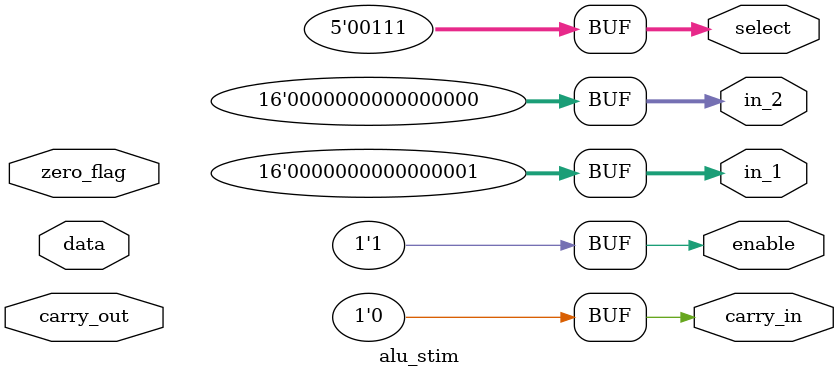
<source format=v>
`timescale 1ns/1ns

module alu_stim 
(
   output reg [15:0] in_1,
   output reg [15:0] in_2,
   output reg carry_in,
   output reg enable,
   output reg [4:0] select,
   input wire [15:0] data,
   input wire carry_out,
   input wire zero_flag 
);  

parameter T = 10;

initial 
begin

    // all inputs are zero 
    carry_in = 0;
    select = 0;
    in_1 = 16'b0;
    in_2 = 16'b0;
    enable = 0;
    #T

    if (data == 16'bz)
    begin
        $display("test 1 passed");
    end else
    begin 
        $display("test 1 failed");
    end

    // first input is all ones and we invert it
    carry_in = 0;
    select = 5; 
    in_1 = 16'hffff;
    in_2 = 16'h0000;
    enable = 1;
    #T

    if ((data == 16'b0) && (carry_out == 1) && (zero_flag == 1))
    begin
        $display("test 2 passed");
    end else
    begin 
        $display("test 2 failed");
    end

    carry_in = 0;
    select = 0;
    in_1 = 16'b0;
    in_2 = 16'b0;
    enable = 0;
    #T

    // add 5 plus 3
    carry_in = 0;
    select = 0;
    in_1 = 16'd5;
    in_2 = 16'd3;
    enable = 1;
    #T

    if ((data == 16'd8) && (carry_out == 0) && (zero_flag == 0))
    begin
        $display("test 3 passed");
    end else
    begin 
        $display("test 3 failed");
    end

    carry_in = 0;
    select = 0;
    in_1 = 16'b0;
    in_2 = 16'b0;
    enable = 0;
    #T

    // subtract 6035 and 3127
    carry_in = 0;
    select = 1;
    in_1 = 16'd6035;
    in_2 = 16'd3127;
    enable = 1;
    #T

    if ((data == 16'd2908) && (carry_out == 0) && (zero_flag == 0))
    begin
        $display("test 4 passed");
    end else
    begin 
        $display("test 4 failed");
    end

    carry_in = 0;
    select = 0;
    in_1 = 16'b0;
    in_2 = 16'b0;
    enable = 0;
    #T

    // add with carry in 
    carry_in = 1;
    select = 0;
    in_1 = 16'd4941;
    in_2 = 16'd1259;
    enable = 1;
    #T

    if ((data == 16'd6201) && (carry_out == 0) && (zero_flag == 0))
    begin
        $display("test 5 passed");
    end else
    begin 
        $display("test 5 failed");
    end

    carry_in = 0;
    select = 0;
    in_1 = 16'b0;
    in_2 = 16'b0;
    enable = 0;
    #T

    // add with carry in 
    carry_in = 0;
    select = 7;
    in_1 = 16'd1;
    in_2 = 16'd0;
    enable = 1;
    #T

    if ((data == 16'd0) && (carry_out == 0) && (zero_flag == 1))
    begin
        $display("test 6 passed");
    end else
    begin 
        $display("test 6 failed");
    end

end

endmodule

</source>
